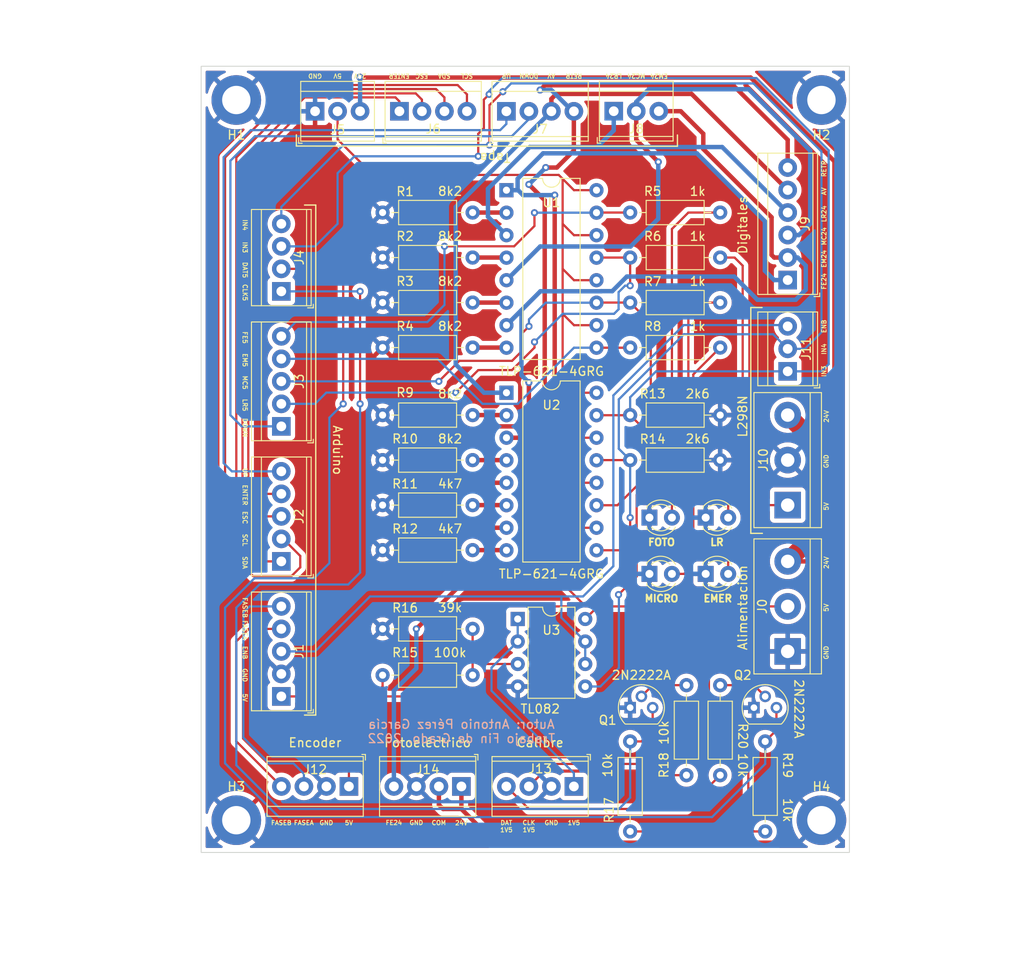
<source format=kicad_pcb>
(kicad_pcb (version 20211014) (generator pcbnew)
  (layers (0 "F.Cu" signal) (31 "B.Cu" signal) (34 "B.Paste" user) (35 "F.Paste" user) (36 "B.SilkS" user "B.Silkscreen") (37 "F.SilkS" user "F.Silkscreen") (38 "B.Mask" user) (39 "F.Mask" user) (44 "Edge.Cuts" user))
  (net 0 "")
  (net 1 "GND")
  (net 2 "UP")
  (net 3 "DOWN")
  (net 4 "Net-(R1-Pad2)")
  (net 5 "Net-(R2-Pad2)")
  (net 6 "Net-(R3-Pad2)")
  (net 7 "Net-(R4-Pad2)")
  (net 8 "Net-(R9-Pad2)")
  (net 9 "Net-(R10-Pad2)")
  (net 10 "+5V")
  (net 11 "AVANCE")
  (net 12 "RETROCESO")
  (net 13 "Net-(Q1-Pad2)")
  (net 14 "Net-(Q2-Pad2)")
  (net 15 "IN3")
  (net 16 "IN4")
  (net 17 "Net-(R11-Pad2)")
  (net 18 "CLK1V5")
  (net 19 "DATOS1V5")
  (net 20 "+1V5")
  (net 21 "ENB")
  (net 22 "+24V")
  (net 23 "FASEA")
  (net 24 "FASEB")
  (net 25 "FOTO24V")
  (net 26 "SDA")
  (net 27 "SCL")
  (net 28 "EMER24V")
  (net 29 "MICRO24V")
  (net 30 "LR24V")
  (net 31 "CLK5V")
  (net 32 "DATOS5V")
  (net 33 "FOTO5V")
  (net 34 "LR5V")
  (net 35 "MICRO5V")
  (net 36 "EMER5V")
  (net 37 "ENTER")
  (net 38 "ESC")
  (net 39 "Net-(R12-Pad2)")
  (net 40 "Net-(R15-Pad1)")
  (net 41 "Net-(R5-Pad2)")
  (net 42 "Net-(R6-Pad2)")
  (net 43 "Net-(R7-Pad2)")
  (net 44 "Net-(R8-Pad2)")
  (footprint "TerminalBlock:TerminalBlock_bornier-3_P5.08mm" (layer "F.Cu") (at 173.99 115.428361 90)
    (fp_text reference "J0")
    (fp_text value "Alimentación")
  )
  (footprint "Package_DIP:DIP-8_W7.62mm" (layer "F.Cu") (at 143.52 111.77)
    (fp_text reference "U3")
    (fp_text value "TL082")
  )
  (footprint "MountingHole:MountingHole_3.2mm_M3_DIN965_Pad" (layer "F.Cu") (at 177.8 134.478361)
    (fp_text reference "H4")
    (fp_text value "MountingHole_Pad")
  )
  (footprint "Resistor_THT:R_Axial_DIN0207_L6.3mm_D2.5mm_P10.16mm_Horizontal" (layer "F.Cu") (at 128.27 76.058361)
    (fp_text reference "R3")
    (fp_text value "8k2")
  )
  (footprint "TerminalBlock_TE-Connectivity:TerminalBlock_TE_282834-4_1x04_P2.54mm_Horizontal" (layer "F.Cu") (at 137.165 130.668361 180)
    (fp_text reference "J14")
    (fp_text value "Fotoeléctrico")
  )
  (footprint "Package_TO_SOT_THT:TO-92" (layer "F.Cu") (at 156.21 121.778361)
    (fp_text reference "Q1")
    (fp_text value "2N2222A")
  )
  (footprint "MountingHole:MountingHole_3.2mm_M3_DIN965_Pad" (layer "F.Cu") (at 177.8 53.198361)
    (fp_text reference "H2")
    (fp_text value "MountingHole_Pad")
  )
  (footprint "LED_THT:LED_D3.0mm" (layer "F.Cu") (at 164.734775 106.68)
    (fp_text reference "D4" hide)
    (fp_text value "LED")
  )
  (footprint "Resistor_THT:R_Axial_DIN0207_L6.3mm_D2.5mm_P10.16mm_Horizontal" (layer "F.Cu") (at 128.27 88.758361)
    (fp_text reference "R9")
    (fp_text value "8k2")
  )
  (footprint "Resistor_THT:R_Axial_DIN0207_L6.3mm_D2.5mm_P10.16mm_Horizontal" (layer "F.Cu") (at 128.27 98.918361)
    (fp_text reference "R11")
    (fp_text value "4k7")
  )
  (footprint "LED_THT:LED_D3.0mm" (layer "F.Cu") (at 158.384775 100.33)
    (fp_text reference "D1" hide)
    (fp_text value "LED")
  )
  (footprint "Package_TO_SOT_THT:TO-92" (layer "F.Cu") (at 170.18 121.778361)
    (fp_text reference "Q2")
    (fp_text value "2N2222A")
  )
  (footprint "TerminalBlock_TE-Connectivity:TerminalBlock_TE_282834-4_1x04_P2.54mm_Horizontal" (layer "F.Cu") (at 149.86 130.668361 180)
    (fp_text reference "J13")
    (fp_text value "Calibre")
  )
  (footprint "Resistor_THT:R_Axial_DIN0207_L6.3mm_D2.5mm_P10.16mm_Horizontal" (layer "F.Cu") (at 128.27 81.138361)
    (fp_text reference "R4")
    (fp_text value "8k2")
  )
  (footprint "Resistor_THT:R_Axial_DIN0207_L6.3mm_D2.5mm_P10.16mm_Horizontal" (layer "F.Cu") (at 138.43 118.11 180)
    (fp_text reference "R15")
    (fp_text value "100k")
  )
  (footprint "Resistor_THT:R_Axial_DIN0207_L6.3mm_D2.5mm_P10.16mm_Horizontal" (layer "F.Cu") (at 128.27 65.898361)
    (fp_text reference "R1")
    (fp_text value "8k2")
  )
  (footprint "TerminalBlock_TE-Connectivity:TerminalBlock_TE_282834-4_1x04_P2.54mm_Horizontal" (layer "F.Cu") (at 130.17 54.468361)
    (fp_text reference "J6")
    (fp_text value "Tapa")
  )
  (footprint "Resistor_THT:R_Axial_DIN0207_L6.3mm_D2.5mm_P10.16mm_Horizontal" (layer "F.Cu") (at 128.27 70.978361)
    (fp_text reference "R2")
    (fp_text value "8k2")
  )
  (footprint "Resistor_THT:R_Axial_DIN0207_L6.3mm_D2.5mm_P10.16mm_Horizontal" (layer "F.Cu") (at 156.21 88.758361)
    (fp_text reference "R13")
    (fp_text value "2k6")
  )
  (footprint "TerminalBlock_TE-Connectivity:TerminalBlock_TE_282834-3_1x03_P2.54mm_Horizontal" (layer "F.Cu") (at 173.99 83.82 90)
    (fp_text reference "J11")
    (fp_text value "L298N")
  )
  (footprint "TerminalBlock_TE-Connectivity:TerminalBlock_TE_282834-4_1x04_P2.54mm_Horizontal" (layer "F.Cu") (at 124.47 130.668361 180)
    (fp_text reference "J12")
    (fp_text value "Encoder")
  )
  (footprint "TerminalBlock_TE-Connectivity:TerminalBlock_TE_282834-5_1x05_P2.54mm_Horizontal" (layer "F.Cu") (at 116.84 90.028361 90)
    (fp_text reference "J3")
    (fp_text value "Arduino")
  )
  (footprint "Resistor_THT:R_Axial_DIN0207_L6.3mm_D2.5mm_P10.16mm_Horizontal" (layer "F.Cu") (at 156.21 135.748361 90)
    (fp_text reference "R17")
    (fp_text value "10k")
  )
  (footprint "MountingHole:MountingHole_3.2mm_M3_DIN965_Pad" (layer "F.Cu") (at 111.76 53.198361)
    (fp_text reference "H1")
    (fp_text value "MountingHole_Pad")
  )
  (footprint "Package_DIP:DIP-16_W10.16mm" (layer "F.Cu") (at 142.25 86.233361)
    (fp_text reference "U2")
    (fp_text value "TLP621-4")
  )
  (footprint "Resistor_THT:R_Axial_DIN0207_L6.3mm_D2.5mm_P10.16mm_Horizontal" (layer "F.Cu") (at 128.27 103.998361)
    (fp_text reference "R12")
    (fp_text value "4k7")
  )
  (footprint "Resistor_THT:R_Axial_DIN0207_L6.3mm_D2.5mm_P10.16mm_Horizontal" (layer "F.Cu") (at 166.37 129.398361 90)
    (fp_text reference "R20")
    (fp_text value "10k")
  )
  (footprint "Resistor_THT:R_Axial_DIN0207_L6.3mm_D2.5mm_P10.16mm_Horizontal" (layer "F.Cu") (at 128.27 93.838361)
    (fp_text reference "R10")
    (fp_text value "8k2")
  )
  (footprint "TerminalBlock_TE-Connectivity:TerminalBlock_TE_282834-6_1x06_P2.54mm_Horizontal" (layer "F.Cu") (at 173.99 73.518361 90)
    (fp_text reference "J9")
    (fp_text value "Digitales")
  )
  (footprint "Resistor_THT:R_Axial_DIN0207_L6.3mm_D2.5mm_P10.16mm_Horizontal" (layer "F.Cu") (at 156.21 70.978361)
    (fp_text reference "R6")
    (fp_text value "1k")
  )
  (footprint "TerminalBlock_TE-Connectivity:TerminalBlock_TE_282834-3_1x03_P2.54mm_Horizontal" (layer "F.Cu") (at 120.65 54.468361)
    (fp_text reference "J5")
    (fp_text value "Tapa")
  )
  (footprint "Resistor_THT:R_Axial_DIN0207_L6.3mm_D2.5mm_P10.16mm_Horizontal" (layer "F.Cu") (at 156.21 93.838361)
    (fp_text reference "R14")
    (fp_text value "2k6")
  )
  (footprint "TerminalBlock_TE-Connectivity:TerminalBlock_TE_282834-3_1x03_P2.54mm_Horizontal" (layer "F.Cu") (at 154.357992 54.459946)
    (fp_text reference "J8")
    (fp_text value "Tapa")
  )
  (footprint "TerminalBlock_TE-Connectivity:TerminalBlock_TE_282834-4_1x04_P2.54mm_Horizontal" (layer "F.Cu") (at 116.84 74.793361 90)
    (fp_text reference "J4")
    (fp_text value "Arduino")
  )
  (footprint "Resistor_THT:R_Axial_DIN0207_L6.3mm_D2.5mm_P10.16mm_Horizontal" (layer "F.Cu") (at 171.45 135.748361 90)
    (fp_text reference "R19")
    (fp_text value "10k")
  )
  (footprint "Resistor_THT:R_Axial_DIN0207_L6.3mm_D2.5mm_P10.16mm_Horizontal" (layer "F.Cu") (at 162.56 129.398361 90)
    (fp_text reference "R18")
    (fp_text value "10k")
  )
  (footprint "Package_DIP:DIP-16_W10.16mm" (layer "F.Cu") (at 142.25 63.373361)
    (fp_text reference "U1")
    (fp_text value "TLP621-4")
  )
  (footprint "TerminalBlock_TE-Connectivity:TerminalBlock_TE_282834-4_1x04_P2.54mm_Horizontal" (layer "F.Cu") (at 142.24 54.472329)
    (fp_text reference "J7")
    (fp_text value "Tapa")
  )
  (footprint "TerminalBlock:TerminalBlock_bornier-3_P5.08mm" (layer "F.Cu") (at 173.99 98.918361 90)
    (fp_text reference "J10")
    (fp_text value "L298N")
  )
  (footprint "TerminalBlock_TE-Connectivity:TerminalBlock_TE_282834-5_1x05_P2.54mm_Horizontal" (layer "F.Cu") (at 116.84 105.268361 90)
    (fp_text reference "J2")
    (fp_text value "Arduino")
  )
  (footprint "Resistor_THT:R_Axial_DIN0207_L6.3mm_D2.5mm_P10.16mm_Horizontal" (layer "F.Cu") (at 128.27 112.888361)
    (fp_text reference "R16")
    (fp_text value "39k")
  )
  (footprint "Resistor_THT:R_Axial_DIN0207_L6.3mm_D2.5mm_P10.16mm_Horizontal" (layer "F.Cu") (at 156.21 65.898361)
    (fp_text reference "R5")
    (fp_text value "1k")
  )
  (footprint "MountingHole:MountingHole_3.2mm_M3_DIN965_Pad" (layer "F.Cu") (at 111.76 134.478361)
    (fp_text reference "H3")
    (fp_text value "MountingHole_Pad")
  )
  (footprint "LED_THT:LED_D3.0mm" (layer "F.Cu") (at 158.384775 106.68)
    (fp_text reference "D3" hide)
    (fp_text value "LED")
  )
  (footprint "Resistor_THT:R_Axial_DIN0207_L6.3mm_D2.5mm_P10.16mm_Horizontal" (layer "F.Cu") (at 156.21 81.138361)
    (fp_text reference "R8")
    (fp_text value "1k")
  )
  (footprint "TerminalBlock_TE-Connectivity:TerminalBlock_TE_282834-5_1x05_P2.54mm_Horizontal" (layer "F.Cu") (at 116.84 120.508361 90)
    (fp_text reference "J1")
    (fp_text value "Arduino")
  )
  (footprint "Resistor_THT:R_Axial_DIN0207_L6.3mm_D2.5mm_P10.16mm_Horizontal" (layer "F.Cu") (at 156.21 76.058361)
    (fp_text reference "R7")
    (fp_text value "1k")
  )
  (footprint "LED_THT:LED_D3.0mm" (layer "F.Cu") (at 164.734775 100.33)
    (fp_text reference "D2" hide)
    (fp_text value "LED")
  )
  (gr_line (start 120.725329 122.612731) (end 120.728273 65.051296) (layer "F.SilkS") (width 0.15))
  (gr_line (start 161.547334 58.414496) (end 161.547334 57.144496) (layer "F.SilkS") (width 0.15))
  (gr_line (start 120.728273 65.051296) (end 119.458273 65.051296) (layer "F.SilkS") (width 0.15))
  (gr_line (start 118.537946 58.392481) (end 161.547334 58.414496) (layer "F.SilkS") (width 0.15))
  (gr_line (start 169.828499 76.618808) (end 169.82663 102.104933) (layer "F.SilkS") (width 0.15))
  (gr_line (start 120.725329 122.612731) (end 119.455329 122.612731) (layer "F.SilkS") (width 0.15))
  (gr_line (start 171.098499 76.618808) (end 169.828499 76.618808) (layer "F.SilkS") (width 0.15))
  (gr_line (start 118.537946 58.392481) (end 118.537946 57.122481) (layer "F.SilkS") (width 0.15))
  (gr_line (start 169.82663 102.104933) (end 171.13396 102.104257) (layer "F.SilkS") (width 0.15))
  (gr_rect (start 107.795 49.388361) (end 180.955 138.118361) (layer "Edge.Cuts") (width 0.1) (fill none))
  (gr_text "Autor: Antonio Pérez García\nTrabajo Fin de Grado. 2022" (at 137.16 124.46) (layer "B.SilkS") (effects (font (size 1 1)) (justify mirror)))
  (gr_text "Tapa" (at 140.97 59.69 180) (layer "F.SilkS") (effects (font (size 1 1))))
  (gr_text "ENTER" (at 112.735975 97.779754 270) (layer "F.SilkS") (effects (font (size 0.5 0.5) (thickness 0.1))))
  (gr_text "FE5" (at 112.732306 80.007174 270) (layer "F.SilkS") (effects (font (size 0.5 0.5) (thickness 0.1))))
  (gr_text "FASEA" (at 119.380997 134.770432) (layer "F.SilkS") (effects (font (size 0.5 0.5) (thickness 0.1))))
  (gr_text "GND" (at 147.32 134.774101) (layer "F.SilkS") (effects (font (size 0.5 0.5) (thickness 0.1))))
  (gr_text "GND" (at 132.074496 134.763094) (layer "F.SilkS") (effects (font (size 0.5 0.5) (thickness 0.1))))
  (gr_text "RETR" (at 178.083356 60.949072 90) (layer "F.SilkS") (effects (font (size 0.5 0.5) (thickness 0.1))))
  (gr_text "2N2222A" (at 157.48 118.11) (layer "F.SilkS") (effects (font (size 1 1))))
  (gr_text "CLK\n1V5" (at 144.78 135.169025) (layer "F.SilkS") (effects (font (size 0.5 0.5) (thickness 0.1))))
  (gr_text "LR24" (at 178.097195 66.04 90) (layer "F.SilkS") (effects (font (size 0.5 0.5) (thickness 0.1))))
  (gr_text "SCL" (at 112.732306 102.863863 270) (layer "F.SilkS") (effects (font (size 0.5 0.5) (thickness 0.1))))
  (gr_text "EM5" (at 112.735975 82.553368 270) (layer "F.SilkS") (effects (font (size 0.5 0.5) (thickness 0.1))))
  (gr_text "EM24" (at 159.462758 50.491968 180) (layer "F.SilkS") (effects (font (size 0.5 0.5) (thickness 0.1))))
  (gr_text "CLK5" (at 112.745147 74.927533 270) (layer "F.SilkS") (effects (font (size 0.5 0.5) (thickness 0.1))))
  (gr_text "1V5" (at 149.859999 134.774101) (layer "F.SilkS") (effects (font (size 0.5 0.5) (thickness 0.1))))
  (gr_text "ENB" (at 178.093526 78.739999 90) (layer "F.SilkS") (effects (font (size 0.5 0.5) (thickness 0.1))))
  (gr_text "5V" (at 178.341076 110.49 90) (layer "F.SilkS") (effects (font (size 0.5 0.5) (thickness 0.1))))
  (gr_text "GND" (at 120.65 50.475565 180) (layer "F.SilkS") (effects (font (size 0.5 0.5) (thickness 0.1))))
  (gr_text "5V" (at 124.470927 134.776853) (layer "F.SilkS") (effects (font (size 0.5 0.5) (thickness 0.1))))
  (gr_text "DOWN" (at 144.78 50.475565 180) (layer "F.SilkS") (effects (font (size 0.5 0.5) (thickness 0.1))))
  (gr_text "DAT\n1V5" (at 142.242831 135.174529) (layer "F.SilkS") (effects (font (size 0.5 0.5) (thickness 0.1))))
  (gr_text "24V" (at 137.16 134.794779) (layer "F.SilkS") (effects (font (size 0.5 0.5) (thickness 0.1))))
  (gr_text "GND" (at 178.33863 93.98 90) (layer "F.SilkS") (effects (font (size 0.5 0.5) (thickness 0.1))))
  (gr_text "ENTER" (at 130.14352 50.479906 180) (layer "F.SilkS") (effects (font (size 0.5 0.5) (thickness 0.1))))
  (gr_text "5V" (at 112.735975 120.649501 270) (layer "F.SilkS") (effects (font (size 0.5 0.5) (thickness 0.1))))
  (gr_text "AV" (at 178.083356 63.5 90) (layer "F.SilkS") (effects (font (size 0.5 0.5) (thickness 0.1))))
  (gr_text "MC24" (at 178.097195 68.574416 90) (layer "F.SilkS") (effects (font (size 0.5 0.5) (thickness 0.1))))
  (gr_text "FE24" (at 129.542831 134.763094) (layer "F.SilkS") (effects (font (size 0.5 0.5) (thickness 0.1))))
  (gr_text "24V" (at 125.73 50.475565 180) (layer "F.SilkS") (effects (font (size 0.5 0.5) (thickness 0.1))))
  (gr_text "TL082" (at 146.06 121.92) (layer "F.SilkS") (effects (font (size 1 1))))
  (gr_text "EMER" (at 166.101262 109.460004) (layer "F.SilkS") (effects (font (size 0.8 0.8) (thickness 0.2))))
  (gr_text "FASEB" (at 112.732306 110.487092 270) (layer "F.SilkS") (effects (font (size 0.5 0.5) (thickness 0.1))))
  (gr_text "DAT5" (at 112.739644 72.386402 270) (layer "F.SilkS") (effects (font (size 0.5 0.5) (thickness 0.1))))
  (gr_text "GND" (at 112.724967 118.107416 270) (layer "F.SilkS") (effects (font (size 0.5 0.5) (thickness 0.1))))
  (gr_text "TLP-621-4GRG" (at 147.32 106.68) (layer "F.SilkS") (effects (font (size 1 1))))
  (gr_text "SDA" (at 112.728636 105.410321 270) (layer "F.SilkS") (effects (font (size 0.5 0.5) (thickness 0.1))))
  (gr_text "LR24" (at 154.353864 50.478038 180) (layer "F.SilkS") (effects (font (size 0.5 0.5) (thickness 0.1))))
  (gr_text "FE24" (at 178.086188 73.66 90) (layer "F.SilkS") (effects (font (size 0.5 0.5) (thickness 0.1))))
  (gr_text "MICRO" (at 159.751262 109.460004) (layer "F.SilkS") (effects (font (size 0.8 0.8) (thickness 0.2))))
  (gr_text "RETR" (at 149.86 50.475565 180) (layer "F.SilkS") (effects (font (size 0.5 0.5) (thickness 0.1))))
  (gr_text "FOTO" (at 159.751262 103.110004) (layer "F.SilkS") (effects (font (size 0.8 0.8) (thickness 0.2))))
  (gr_text "MC5" (at 112.735975 85.087675 270) (layer "F.SilkS") (effects (font (size 0.5 0.5) (thickness 0.1))))
  (gr_text "COM" (at 134.617328 134.772765) (layer "F.SilkS") (effects (font (size 0.5 0.5) (thickness 0.1))))
  (gr_text "LR5" (at 112.732306 87.626531 270) (layer "F.SilkS") (effects (font (size 0.5 0.5) (thickness 0.1))))
  (gr_text "5V" (at 123.19 50.475565 180) (layer "F.SilkS") (effects (font (size 0.5 0.5) (thickness 0.1))))
  (gr_text "39k" (at 135.89 110.49) (layer "F.SilkS") (effects (font (size 1 1))))
  (gr_text "Arduino" (at 123.19 92.71 270) (layer "F.SilkS") (effects (font (size 1 1))))
  (gr_text "UP" (at 142.24 50.475565 180) (layer "F.SilkS") (effects (font (size 0.5 0.5) (thickness 0.1))))
  (gr_text "L298N" (at 168.91 88.9 90) (layer "F.SilkS") (effects (font (size 1 1))))
  (gr_text "DOWN" (at 112.735975 90.168176 270) (layer "F.SilkS") (effects (font (size 0.5 0.5) (thickness 0.1))))
  (gr_text "AV" (at 147.32 50.475565 180) (layer "F.SilkS") (effects (font (size 0.5 0.5) (thickness 0.1))))
  (gr_text "2N2222A" (at 175.26 121.92 270) (layer "F.SilkS") (effects (font (size 1 1))))
  (gr_text "IN4" (at 112.739644 67.307442 270) (layer "F.SilkS") (effects (font (size 0.5 0.5) (thickness 0.1))))
  (gr_text "LR" (at 166.004775 103.110004) (layer "F.SilkS") (effects (font (size 0.8 0.8) (thickness 0.2))))
  (gr_text "UP" (at 112.739644 95.249117 270) (layer "F.SilkS") (effects (font (size 0.5 0.5) (thickness 0.1))))
  (gr_text "EM24" (at 178.093526 71.119999 90) (layer "F.SilkS") (effects (font (size 0.5 0.5) (thickness 0.1))))
  (gr_text "SCL" (at 137.76352 50.479906 180) (layer "F.SilkS") (effects (font (size 0.5 0.5) (thickness 0.1))))
  (gr_text "SDA" (at 135.22352 50.479906 180) (layer "F.SilkS") (effects (font (size 0.5 0.5) (thickness 0.1))))
  (gr_text "GND" (at 178.33863 115.568984 90) (layer "F.SilkS") (effects (font (size 0.5 0.5) (thickness 0.1))))
  (gr_text "IN3" (at 112.73414 69.830081 270) (layer "F.SilkS") (effects (font (size 0.5 0.5) (thickness 0.1))))
  (gr_text "FASEB" (at 116.84126 134.774101) (layer "F.SilkS") (effects (font (size 0.5 0.5) (thickness 0.1))))
  (gr_text "ESC" (at 112.732306 100.328737 270) (layer "F.SilkS") (effects (font (size 0.5 0.5) (thickness 0.1))))
  (gr_text "ENB" (at 112.732306 115.56856 270) (layer "F.SilkS") (effects (font (size 0.5 0.5) (thickness 0.1))))
  (gr_text "24V" (at 178.362592 105.41 90) (layer "F.SilkS") (effects (font (size 0.5 0.5) (thickness 0.1))))
  (gr_text "GND" (at 121.92 134.774101) (layer "F.SilkS") (effects (font (size 0.5 0.5) (thickness 0.1))))
  (gr_text "24V" (at 178.365038 88.9 90) (layer "F.SilkS") (effects (font (size 0.5 0.5) (thickness 0.1))))
  (gr_text "IN4" (at 178.090264 81.30446 90) (layer "F.SilkS") (effects (font (size 0.5 0.5) (thickness 0.1))))
  (gr_text "MC24" (at 156.897992 50.473394 180) (layer "F.SilkS") (effects (font (size 0.5 0.5) (thickness 0.1))))
  (gr_text "ESC" (at 132.68352 50.479906 180) (layer "F.SilkS") (effects (font (size 0.5 0.5) (thickness 0.1))))
  (gr_text "FASEA" (at 112.732306 113.029177 270) (layer "F.SilkS") (effects (font (size 0.5 0.5) (thickness 0.1))))
  (gr_text "5V" (at 178.343023 99.06 90) (layer "F.SilkS") (effects (font (size 0.5 0.5) (thickness 0.1))))
  (gr_text "TLP-621-4GRG" (at 147.33 83.82) (layer "F.SilkS") (effects (font (size 1 1))))
  (gr_text "IN3" (at 178.091691 83.814496 90) (layer "F.SilkS") (effects (font (size 0.5 0.5) (thickness 0.1))))
  (segment (start 121.93 130.668361) (end 122.024511 130.57385) (width 0.25) (layer "B.Cu") (net 1))
  (segment (start 110.327624 94.17244) (end 111.263545 95.108361) (width 0.25) (layer "B.Cu") (net 2))
  (segment (start 142.24 54.468361) (end 142.24 55.896472) (width 0.25) (layer "B.Cu") (net 2))
  (segment (start 141.538935 56.597537) (end 113.390554 56.597537) (width 0.25) (layer "B.Cu") (net 2))
  (segment (start 111.263545 95.108361) (end 116.84 95.108361) (width 0.25) (layer "B.Cu") (net 2))
  (segment (start 142.24 55.896472) (end 141.538935 56.597537) (width 0.25) (layer "B.Cu") (net 2))
  (segment (start 113.390554 56.597537) (end 110.327624 59.660467) (width 0.25) (layer "B.Cu") (net 2))
  (segment (start 110.327624 59.660467) (end 110.327624 94.17244) (width 0.25) (layer "B.Cu") (net 2))
  (segment (start 144.78 55.359406) (end 142.852464 57.286942) (width 0.25) (layer "B.Cu") (net 3))
  (segment (start 111.093015 60.052869) (end 111.093015 88.765144) (width 0.25) (layer "B.Cu") (net 3))
  (segment (start 111.093015 88.765144) (end 112.356232 90.028361) (width 0.25) (layer "B.Cu") (net 3))
  (segment (start 112.356232 90.028361) (end 116.84 90.028361) (width 0.25) (layer "B.Cu") (net 3))
  (segment (start 113.858942 57.286942) (end 111.093015 60.052869) (width 0.25) (layer "B.Cu") (net 3))
  (segment (start 142.852464 57.286942) (end 113.858942 57.286942) (width 0.25) (layer "B.Cu") (net 3))
  (segment (start 144.78 54.472329) (end 144.78 55.359406) (width 0.25) (layer "B.Cu") (net 3))
  (segment (start 142.235 65.898361) (end 142.25 65.913361) (width 0.25) (layer "F.Cu") (net 4))
  (segment (start 138.43 65.898361) (end 142.235 65.898361) (width 0.5) (layer "F.Cu") (net 4))
  (segment (start 138.43 70.978361) (end 142.235 70.978361) (width 0.5) (layer "F.Cu") (net 5))
  (segment (start 142.235 70.978361) (end 142.25 70.993361) (width 0.25) (layer "F.Cu") (net 5))
  (segment (start 142.235 76.058361) (end 142.25 76.073361) (width 0.25) (layer "F.Cu") (net 6))
  (segment (start 138.43 76.058361) (end 142.235 76.058361) (width 0.5) (layer "F.Cu") (net 6))
  (segment (start 138.43 81.138361) (end 142.235 81.138361) (width 0.5) (layer "F.Cu") (net 7))
  (segment (start 142.235 81.138361) (end 142.25 81.153361) (width 0.25) (layer "F.Cu") (net 7))
  (segment (start 142.235 88.758361) (end 142.25 88.773361) (width 0.25) (layer "F.Cu") (net 8))
  (segment (start 138.43 88.758361) (end 142.235 88.758361) (width 0.5) (layer "F.Cu") (net 8))
  (segment (start 138.43 93.838361) (end 142.235 93.838361) (width 0.5) (layer "F.Cu") (net 9))
  (segment (start 142.235 93.838361) (end 142.25 93.853361) (width 0.25) (layer "F.Cu") (net 9))
  (segment (start 149.87 91.313361) (end 152.41 91.313361) (width 0.25) (layer "F.Cu") (net 10))
  (segment (start 148.149769 61.65313) (end 127.199769 61.65313) (width 0.25) (layer "F.Cu") (net 10))
  (segment (start 148.59 67.173361) (end 148.59 72.253361) (width 0.25) (layer "F.Cu") (net 10))
  (segment (start 148.59 62.093361) (end 149.87 63.373361) (width 0.25) (layer "F.Cu") (net 10))
  (segment (start 168.91 101.458361) (end 168.91 107.808361) (width 0.25) (layer "F.Cu") (net 10))
  (segment (start 148.59 84.953361) (end 148.59 90.033361) (width 0.25) (layer "F.Cu") (net 10))
  (segment (start 135.253924 116.219578) (end 135.253924 112.578615) (width 0.25) (layer "F.Cu") (net 10))
  (segment (start 149.87 86.233361) (end 152.41 86.233361) (width 0.25) (layer "F.Cu") (net 10))
  (segment (start 161.29 110.348361) (end 173.99 110.348361) (width 0.25) (layer "F.Cu") (net 10))
  (segment (start 169.545 128.128361) (end 169.545 135.113361) (width 0.25) (layer "F.Cu") (net 10))
  (segment (start 152.4 110.355382) (end 151.184844 110.355382) (width 0.25) (layer "F.Cu") (net 10))
  (segment (start 127.141639 120.508361) (end 130.965141 120.508361) (width 0.25) (layer "F.Cu") (net 10))
  (segment (start 149.87 63.373361) (end 152.41 63.373361) (width 0.25) (layer "F.Cu") (net 10))
  (segment (start 148.59 95.113361) (end 148.59 100.193361) (width 0.25) (layer "F.Cu") (net 10))
  (segment (start 148.59 90.033361) (end 148.59 95.113361) (width 0.25) (layer "F.Cu") (net 10))
  (segment (start 148.59 72.253361) (end 148.59 77.328361) (width 0.25) (layer "F.Cu") (net 10))
  (segment (start 149.87 96.393361) (end 152.41 96.393361) (width 0.25) (layer "F.Cu") (net 10))
  (segment (start 148.59 72.253361) (end 149.87 73.533361) (width 0.25) (layer "F.Cu") (net 10))
  (segment (start 165.1 123.683361) (end 169.545 128.128361) (width 0.25) (layer "F.Cu") (net 10))
  (segment (start 130.965141 120.508361) (end 135.253924 116.219578) (width 0.25) (layer "F.Cu") (net 10))
  (segment (start 128.27 119.38) (end 127.141639 120.508361) (width 0.25) (layer "F.Cu") (net 10))
  (segment (start 148.59 107.760538) (end 148.59 100.193361) (width 0.25) (layer "F.Cu") (net 10))
  (segment (start 169.545 135.113361) (end 168.91 135.748361) (width 0.25) (layer "F.Cu") (net 10))
  (segment (start 165.1 114.158361) (end 165.1 123.683361) (width 0.25) (layer "F.Cu") (net 10))
  (segment (start 173.99 98.918361) (end 171.45 98.918361) (width 0.25) (layer "F.Cu") (net 10))
  (segment (start 116.84 120.508361) (end 127 120.508361) (width 0.25) (layer "F.Cu") (net 10))
  (segment (start 152.541639 110.348361) (end 161.29 110.348361) (width 0.25) (layer "F.Cu") (net 10))
  (segment (start 128.27 118.11) (end 128.27 119.38) (width 0.25) (layer "F.Cu") (net 10))
  (segment (start 135.253924 112.578615) (end 137.484178 110.348361) (width 0.25) (layer "F.Cu") (net 10))
  (segment (start 124.47 130.668361) (end 124.47 123.038361) (width 0.25) (layer "F.Cu") (net 10))
  (segment (start 148.59 95.113361) (end 149.87 96.393361) (width 0.25) (layer "F.Cu") (net 10))
  (segment (start 149.87 101.473361) (end 152.41 101.473361) (width 0.25) (layer "F.Cu") (net 10))
  (segment (start 148.59 90.033361) (end 149.87 91.313361) (width 0.25) (layer "F.Cu") (net 10))
  (segment (start 168.91 107.808361) (end 171.45 110.348361) (width 0.25) (layer "F.Cu") (net 10))
  (segment (start 148.59 67.173361) (end 149.87 68.453361) (width 0.25) (layer "F.Cu") (net 10))
  (segment (start 161.29 110.348361) (end 165.1 114.158361) (width 0.25) (layer "F.Cu") (net 10))
  (segment (start 148.59 84.953361) (end 149.87 86.233361) (width 0.25) (layer "F.Cu") (net 10))
  (segment (start 169.545 135.113361) (end 170.18 135.748361) (width 0.25) (layer "F.Cu") (net 10))
  (segment (start 148.59 62.093361) (end 148.149769 61.65313) (width 0.25) (layer "F.Cu") (net 10))
  (segment (start 152.541639 110.368361) (end 152.541639 110.348361) (width 0.25) (layer "F.Cu") (net 10))
  (segment (start 151.14 111.77) (end 152.541639 110.368361) (width 0.25) (layer "F.Cu") (net 10))
  (segment (start 170.18 135.748361) (end 171.45 135.748361) (width 0.25) (layer "F.Cu") (net 10))
  (segment (start 168.91 135.748361) (end 156.21 135.748361) (width 0.25) (layer "F.Cu") (net 10))
  (segment (start 127.199769 61.65313) (end 123.19 57.643361) (width 0.25) (layer "F.Cu") (net 10))
  (segment (start 149.87 68.453361) (end 152.41 68.453361) (width 0.25) (layer "F.Cu") (net 10))
  (segment (start 151.184844 110.355382) (end 148.59 107.760538) (width 0.25) (layer "F.Cu") (net 10))
  (segment (start 148.59 100.193361) (end 149.87 101.473361) (width 0.25) (layer "F.Cu") (net 10))
  (segment (start 127 120.508361) (end 127.141639 120.508361) (width 0.25) (layer "F.Cu") (net 10))
  (segment (start 148.59 67.173361) (end 148.59 62.093361) (width 0.25) (layer "F.Cu") (net 10))
  (segment (start 148.59 77.328361) (end 148.59 84.953361) (width 0.25) (layer "F.Cu") (net 10))
  (segment (start 123.19 57.643361) (end 123.19 54.468361) (width 0.25) (layer "F.Cu") (net 10))
  (segment (start 124.47 123.038361) (end 127 120.508361) (width 0.25) (layer "F.Cu") (net 10))
  (segment (start 171.45 98.918361) (end 168.91 101.458361) (width 0.25) (layer "F.Cu") (net 10))
  (segment (start 148.59 77.328361) (end 149.875 78.613361) (width 0.25) (layer "F.Cu") (net 10))
  (segment (start 149.875 78.613361) (end 152.41 78.613361) (width 0.25) (layer "F.Cu") (net 10))
  (segment (start 149.87 73.533361) (end 152.41 73.533361) (width 0.25) (layer "F.Cu") (net 10))
  (segment (start 137.484178 110.348361) (end 152.541639 110.348361) (width 0.25) (layer "F.Cu") (net 10))
  (segment (start 173.99 63.358361) (end 163.140328 52.508689) (width 0.5) (layer "F.Cu") (net 11))
  (segment (start 147.879106 52.508689) (end 147.32 53.067795) (width 0.5) (layer "F.Cu") (net 11))
  (segment (start 147.32 53.067795) (end 147.32 54.472329) (width 0.5) (layer "F.Cu") (net 11))
  (segment (start 163.140328 52.508689) (end 147.879106 52.508689) (width 0.5) (layer "F.Cu") (net 11))
  (segment (start 136.525 65.263361) (end 147.316032 54.472329) (width 0.5) (layer "B.Cu") (net 11))
  (segment (start 136.525 83.043361) (end 136.525 65.263361) (width 0.5) (layer "B.Cu") (net 11))
  (segment (start 139.715 86.233361) (end 136.525 83.043361) (width 0.5) (layer "B.Cu") (net 11))
  (segment (start 147.316032 54.472329) (end 147.32 54.472329) (width 0.5) (layer "B.Cu") (net 11))
  (segment (start 142.25 86.233361) (end 139.715 86.233361) (width 0.5) (layer "B.Cu") (net 11))
  (segment (start 146.685 60.818361) (end 147.939261 60.818361) (width 0.5) (layer "F.Cu") (net 12))
  (segment (start 146.567724 89.983743) (end 145.238106 91.313361) (width 0.5) (layer "F.Cu") (net 12))
  (segment (start 149.855 54.477329) (end 149.86 54.472329) (width 0.5) (layer "F.Cu") (net 12))
  (segment (start 146.586484 51.533516) (end 167.834549 51.533516) (width 0.5) (layer "F.Cu") (net 12))
  (segment (start 167.834549 51.533516) (end 173.99 57.688967) (width 0.5) (layer "F.Cu") (net 12))
  (segment (start 144.78 62.723361) (end 146.567724 64.511085) (width 0.5) (layer "F.Cu") (net 12))
  (segment (start 146.05 52.07) (end 146.586484 51.533516) (width 0.5) (layer "F.Cu") (net 12))
  (segment (start 145.238106 91.313361) (end 142.25 91.313361) (width 0.5) (layer "F.Cu") (net 12))
  (segment (start 147.939261 60.818361) (end 149.855 58.902622) (width 0.5) (layer "F.Cu") (net 12))
  (segment (start 149.855 58.902622) (end 149.855 54.477329) (width 0.5) (layer "F.Cu") (net 12))
  (segment (start 146.567724 64.511085) (end 146.567724 89.983743) (width 0.5) (layer "F.Cu") (net 12))
  (segment (start 173.99 57.688967) (end 173.99 60.818361) (width 0.5) (layer "F.Cu") (net 12))
  (via (at 146.685 60.818361) (size 0.8) (drill 0.4) (layers "F.Cu" "B.Cu") (net 12))
  (via (at 146.05 52.07) (size 0.8) (drill 0.4) (layers "F.Cu" "B.Cu") (net 12))
  (via (at 144.78 62.723361) (size 0.8) (drill 0.4) (layers "F.Cu" "B.Cu") (net 12))
  (segment (start 147.315 52.07) (end 149.717329 54.472329) (width 0.5) (layer "B.Cu") (net 12))
  (segment (start 146.05 52.07) (end 147.315 52.07) (width 0.5) (layer "B.Cu") (net 12))
  (segment (start 144.78 62.723361) (end 146.685 60.818361) (width 0.5) (layer "B.Cu") (net 12))
  (segment (start 149.717329 54.472329) (end 149.86 54.472329) (width 0.5) (layer "B.Cu") (net 12))
  (segment (start 157.48 120.508361) (end 158.75 119.238361) (width 0.25) (layer "F.Cu") (net 13))
  (segment (start 158.75 119.238361) (end 162.56 119.238361) (width 0.25) (layer "F.Cu") (net 13))
  (segment (start 166.37 119.238361) (end 170.18 119.238361) (width 0.25) (layer "F.Cu") (net 14))
  (segment (start 170.18 119.238361) (end 171.45 120.508361) (width 0.25) (layer "F.Cu") (net 14))
  (segment (start 157.607369 96.103833) (end 157.607369 90.15573) (width 0.25) (layer "F.Cu") (net 15))
  (segment (start 139.7 56.373361) (end 139.065 57.008361) (width 0.25) (layer "F.Cu") (net 15))
  (segment (start 154.777841 98.933361) (end 157.607369 96.103833) (width 0.25) (layer "F.Cu") (net 15))
  (segment (start 156.21 88.758361) (end 156.195 88.773361) (width 0.25) (layer "F.Cu") (net 15))
  (segment (start 140.295846 52.558406) (end 139.7 53.154252) (width 0.25) (layer "F.Cu") (net 15))
  (segment (start 156.195 88.773361) (end 152.41 88.773361) (width 0.25) (layer "F.Cu") (net 15))
  (segment (start 152.41 98.933361) (end 154.777841 98.933361) (width 0.25) (layer "F.Cu") (net 15))
  (segment (start 139.7 53.154252) (end 139.7 56.373361) (width 0.25) (layer "F.Cu") (net 15))
  (segment (start 139.065 57.008361) (end 139.065 59.542134) (width 0.25) (layer "F.Cu") (net 15))
  (segment (start 157.607369 90.15573) (end 156.21 88.758361) (width 0.25) (layer "F.Cu") (net 15))
  (via (at 140.295846 52.558406) (size 0.8) (drill 0.4) (layers "F.Cu" "B.Cu") (net 15))
  (via (at 139.065 59.542134) (size 0.8) (drill 0.4) (layers "F.Cu" "B.Cu") (net 15))
  (segment (start 141.764942 50.716413) (end 170.455524 50.716413) (width 0.25) (layer "B.Cu") (net 15))
  (segment (start 178.612551 58.87344) (end 178.612551 83.007449) (width 0.25) (layer "B.Cu") (net 15))
  (segment (start 140.295846 52.558406) (end 140.295846 52.185509) (width 0.25) (layer "B.Cu") (net 15))
  (segment (start 156.21 86.746574) (end 159.136574 83.82) (width 0.25) (layer "B.Cu") (net 15))
  (segment (start 123.19 61.453361) (end 123.19 67.168361) (width 0.25) (layer "B.Cu") (net 15))
  (segment (start 170.455524 50.716413) (end 178.612551 58.87344) (width 0.25) (layer "B.Cu") (net 15))
  (segment (start 120.65 69.713361) (end 116.84 69.713361) (width 0.25) (layer "B.Cu") (net 15))
  (segment (start 139.058773 59.548361) (end 125.095 59.548361) (width 0.25) (layer "B.Cu") (net 15))
  (segment (start 123.19 67.168361) (end 122.024511 68.33385) (width 0.25) (layer "B.Cu") (net 15))
  (segment (start 122.024511 68.33385) (end 122.024511 68.33885) (width 0.25) (layer "B.Cu") (net 15))
  (segment (start 139.065 59.542134) (end 139.058773 59.548361) (width 0.25) (layer "B.Cu") (net 15))
  (segment (start 159.136574 83.82) (end 173.99 83.82) (width 0.25) (layer "B.Cu") (net 15))
  (segment (start 177.8 83.82) (end 173.99 83.82) (width 0.25) (layer "B.Cu") (net 15))
  (segment (start 122.024511 68.33885) (end 120.65 69.713361) (width 0.25) (layer "B.Cu") (net 15))
  (segment (start 156.21 88.758361) (end 156.21 86.746574) (width 0.25) (layer "B.Cu") (net 15))
  (segment (start 140.295846 52.185509) (end 141.764942 50.716413) (width 0.25) (layer "B.Cu") (net 15))
  (segment (start 125.095 59.548361) (end 123.19 61.453361) (width 0.25) (layer "B.Cu") (net 15))
  (segment (start 178.612551 83.007449) (end 177.8 83.82) (width 0.25) (layer "B.Cu") (net 15))
  (segment (start 156.21 93.838361) (end 152.425 93.838361) (width 0.25) (layer "F.Cu") (net 16))
  (segment (start 152.425 93.838361) (end 152.41 93.853361) (width 0.25) (layer "F.Cu") (net 16))
  (segment (start 141.843739 52.26121) (end 140.335 53.769949) (width 0.25) (layer "F.Cu") (net 16))
  (segment (start 155.438631 104.013361) (end 152.41 104.013361) (width 0.25) (layer "F.Cu") (net 16))
  (segment (start 156.21 103.241992) (end 155.438631 104.013361) (width 0.25) (layer "F.Cu") (net 16))
  (segment (start 140.335 53.769949) (end 140.335 58.278361) (width 0.25) (layer "F.Cu") (net 16))
  (segment (start 156.21 100.33) (end 156.21 103.241992) (width 0.25) (layer "F.Cu") (net 16))
  (via (at 140.335 58.278361) (size 0.8) (drill 0.4) (layers "F.Cu" "B.Cu") (net 16))
  (via (at 141.843739 52.26121) (size 0.8) (drill 0.4) (layers "F.Cu" "B.Cu") (net 16))
  (via (at 156.21 100.33) (size 0.8) (drill 0.4) (layers "F.Cu" "B.Cu") (net 16))
  (segment (start 154.928781 86.983613) (end 162.281005 79.631389) (width 0.25) (layer "B.Cu") (net 16))
  (segment (start 177.8 59.000183) (end 177.8 79.420987) (width 0.25) (layer "B.Cu") (net 16))
  (segment (start 156.21 100.33) (end 156.21 93.838361) (width 0.25) (layer "B.Cu") (net 16))
  (segment (start 116.84 65.263361) (end 116.84 67.173361) (width 0.25) (layer "B.Cu") (net 16))
  (segment (start 172.341389 79.631389) (end 173.99 81.28) (width 0.25) (layer "B.Cu") (net 16))
  (segment (start 177.8 79.420987) (end 175.940987 81.28) (width 0.25) (layer "B.Cu") (net 16))
  (segment (start 140.335 58.278361) (end 123.825 58.278361) (width 0.25) (layer "B.Cu") (net 16))
  (segment (start 156.21 93.838361) (end 154.928781 92.557142) (width 0.25) (layer "B.Cu") (net 16))
  (segment (start 154.928781 92.557142) (end 154.928781 86.983613) (width 0.25) (layer "B.Cu") (net 16))
  (segment (start 162.281005 79.631389) (end 172.341389 79.631389) (width 0.25) (layer "B.Cu") (net 16))
  (segment (start 141.843739 52.26121) (end 142.780122 51.324827) (width 0.25) (layer "B.Cu") (net 16))
  (segment (start 170.124644 51.324827) (end 177.8 59.000183) (width 0.25) (layer "B.Cu") (net 16))
  (segment (start 142.780122 51.324827) (end 170.124644 51.324827) (width 0.25) (layer "B.Cu") (net 16))
  (segment (start 123.825 58.278361) (end 116.84 65.263361) (width 0.25) (layer "B.Cu") (net 16))
  (segment (start 175.940987 81.28) (end 173.99 81.28) (width 0.25) (layer "B.Cu") (net 16))
  (segment (start 138.43 98.918361) (end 142.235 98.918361) (width 0.5) (layer "F.Cu") (net 17))
  (segment (start 142.235 98.918361) (end 142.25 98.933361) (width 0.25) (layer "F.Cu") (net 17))
  (segment (start 158.75 128.128361) (end 160.02 129.398361) (width 0.25) (layer "F.Cu") (net 18))
  (segment (start 147.32 128.128361) (end 158.75 128.128361) (width 0.25) (layer "F.Cu") (net 18))
  (segment (start 160.02 129.398361) (end 162.56 129.398361) (width 0.25) (layer "F.Cu") (net 18))
  (segment (start 144.78 130.668361) (end 147.32 128.128361) (width 0.25) (layer "F.Cu") (net 18))
  (segment (start 162.56 133.208361) (end 144.78 133.208361) (width 0.25) (layer "F.Cu") (net 19))
  (segment (start 166.37 129.398361) (end 162.56 133.208361) (width 0.25) (layer "F.Cu") (net 19))
  (segment (start 144.78 133.208361) (end 142.24 130.668361) (width 0.25) (layer "F.Cu") (net 19))
  (segment (start 140.561059 117.268941) (end 143.52 114.31) (width 0.25) (layer "B.Cu") (net 20))
  (segment (start 143.52 114.31) (end 143.52 111.77) (width 0.25) (layer "B.Cu") (net 20))
  (segment (start 149.86 129.163988) (end 140.561059 119.865047) (width 0.25) (layer "B.Cu") (net 20))
  (segment (start 140.561059 119.865047) (end 140.561059 117.268941) (width 0.25) (layer "B.Cu") (net 20))
  (segment (start 149.86 130.668361) (end 149.86 129.163988) (width 0.25) (layer "B.Cu") (net 20))
  (segment (start 151.14 116.85) (end 151.14 114.31) (width 0.25) (layer "B.Cu") (net 21))
  (segment (start 120.65 115.428361) (end 116.84 115.428361) (width 0.25) (layer "B.Cu") (net 21))
  (segment (start 126.852022 109.226339) (end 148.442022 109.226339) (width 0.25) (layer "B.Cu") (net 21))
  (segment (start 120.65 115.428361) (end 126.852022 109.226339) (width 0.25) (layer "B.Cu") (net 21))
  (segment (start 151.14 114.31) (end 148.442022 111.612022) (width 0.25) (layer "B.Cu") (net 21))
  (segment (start 150.897227 109.226339) (end 148.442022 109.226339) (width 0.25) (layer "B.Cu") (net 21))
  (segment (start 162.253923 78.598361) (end 154.313638 86.538646) (width 0.25) (layer "B.Cu") (net 21))
  (segment (start 173.99 78.598361) (end 162.253923 78.598361) (width 0.25) (layer "B.Cu") (net 21))
  (segment (start 154.313638 105.809928) (end 150.897227 109.226339) (width 0.25) (layer "B.Cu") (net 21))
  (segment (start 148.442022 111.612022) (end 148.442022 109.226339) (width 0.25) (layer "B.Cu") (net 21))
  (segment (start 154.313638 86.538646) (end 154.313638 105.809928) (width 0.25) (layer "B.Cu") (net 21))
  (segment (start 173.59082 129.93918) (end 173.59082 135.773609) (width 0.5) (layer "F.Cu") (net 22))
  (segment (start 177.8 104.14) (end 177.8 125.73) (width 0.5) (layer "F.Cu") (net 22))
  (segment (start 134.625 132.738005) (end 134.625 130.668361) (width 0.5) (layer "F.Cu") (net 22))
  (segment (start 176.388361 105.268361) (end 173.99 105.268361) (width 0.5) (layer "F.Cu") (net 22))
  (segment (start 140.97 137.018361) (end 137.165 133.213361) (width 0.5) (layer "F.Cu") (net 22))
  (segment (start 137.165 133.213361) (end 137.165 130.668361) (width 0.5) (layer "F.Cu") (net 22))
  (segment (start 173.59082 135.773609) (end 172.346068 137.018361) (width 0.5) (layer "F.Cu") (net 22))
  (segment (start 173.99 105.268361) (end 177.658361 101.6) (width 2) (layer "F.Cu") (net 22))
  (segment (start 172.346068 137.018361) (end 140.97 137.018361) (width 0.5) (layer "F.Cu") (net 22))
  (segment (start 125.69281 50.612876) (end 125.740623 50.660689) (width 0.5) (layer "F.Cu") (net 22))
  (segment (start 135.100356 133.213361) (end 134.625 132.738005) (width 0.5) (layer "F.Cu") (net 22))
  (segment (start 177.8 106.68) (end 176.388361 105.268361) (width 0.5) (layer "F.Cu") (net 22))
  (segment (start 177.8 125.73) (end 173.59082 129.93918) (width 0.5) (layer "F.Cu") (net 22))
  (segment (start 169.809379 50.660689) (end 179.264557 60.115867) (width 0.5) (layer "F.Cu") (net 22))
  (segment (start 177.658361 101.6) (end 177.658361 92.426722) (width 2) (layer "F.Cu") (net 22))
  (segment (start 137.165 133.213361) (end 135.100356 133.213361) (width 0.5) (layer "F.Cu") (net 22))
  (segment (start 125.740623 50.660689) (end 169.809379 50.660689) (width 0.5) (layer "F.Cu") (net 22))
  (segment (start 179.264557 60.115867) (end 179.264557 102.675443) (width 0.5) (layer "F.Cu") (net 22))
  (segment (start 177.658361 92.426722) (end 173.99 88.758361) (width 2) (layer "F.Cu") (net 22))
  (segment (start 179.264557 102.675443) (end 177.8 104.14) (width 0.5) (layer "F.Cu") (net 22))
  (via (at 125.69281 50.612876) (size 0.8) (drill 0.4) (layers "F.Cu" "B.Cu") (net 22))
  (segment (start 125.69281 50.612876) (end 125.73 50.650066) (width 0.5) (layer "B.Cu") (net 22))
  (segment (start 125.73 50.650066) (end 125.73 54.468361) (width 0.5) (layer "B.Cu") (net 22))
  (segment (start 116.84 110.348361) (end 113.26457 110.348361) (width 0.25) (layer "B.Cu") (net 23))
  (segment (start 119.39 130.668361) (end 119.39 129.245493) (width 0.25) (layer "B.Cu") (net 23))
  (segment (start 112.555455 111.057476) (end 113.26457 110.348361) (width 0.25) (layer "B.Cu") (net 23))
  (segment (start 115.48152 128.071636) (end 112.555455 125.145571) (width 0.25) (layer "B.Cu") (net 23))
  (segment (start 119.39 129.245493) (end 118.216143 128.071636) (width 0.25) (layer "B.Cu") (net 23))
  (segment (start 118.216143 128.071636) (end 115.48152 128.071636) (width 0.25) (layer "B.Cu") (net 23))
  (segment (start 112.555455 125.145571) (end 112.555455 111.057476) (width 0.25) (layer "B.Cu") (net 23))
  (segment (start 116.85 130.668361) (end 111.76 125.578361) (width 0.25) (layer "F.Cu") (net 24))
  (segment (start 111.76 125.578361) (end 111.76 114.3) (width 0.25) (layer "F.Cu") (net 24))
  (segment (start 113.171639 112.888361) (end 116.84 112.888361) (width 0.25) (layer "F.Cu") (net 24))
  (segment (start 111.76 114.3) (end 113.171639 112.888361) (width 0.25) (layer "F.Cu") (net 24))
  (segment (start 132.08 112.888361) (end 139.065 105.903361) (width 0.5) (layer "F.Cu") (net 25))
  (segment (start 147.695327 102.988034) (end 147.695327 63.928032) (width 0.5) (layer "F.Cu") (net 25))
  (segment (start 144.78 105.903361) (end 147.695327 102.988034) (width 0.5) (layer "F.Cu") (net 25))
  (segment (start 144.78 105.903361) (end 139.065 105.903361) (width 0.5) (layer "F.Cu") (net 25))
  (via (at 132.08 112.888361) (size 0.8) (drill 0.4) (layers "F.Cu" "B.Cu") (net 25))
  (via (at 147.695327 63.928032) (size 0.8) (drill 0.4) (layers "F.Cu" "B.Cu") (net 25))
  (segment (start 129.545 130.668361) (end 129.545 119.868361) (width 0.5) (layer "B.Cu") (net 25))
  (segment (start 143.51 62.088361) (end 143.51 63.358361) (width 0.5) (layer "B.Cu") (net 25))
  (segment (start 144.121009 63.93041) (end 147.692949 63.93041) (width 0.5) (layer "B.Cu") (net 25))
  (segment (start 132.08 117.333361) (end 132.08 112.888361) (width 0.5) (layer "B.Cu") (net 25))
  (segment (start 172.460122 73.518361) (end 171.416794 72.475033) (width 0.5) (layer "B.Cu") (net 25))
  (segment (start 173.99 73.518361) (end 172.460122 73.518361) (width 0.5) (layer "B.Cu") (net 25))
  (segment (start 171.416794 66.888872) (end 163.740307 59.212385) (width 0.5) (layer "B.Cu") (net 25))
  (segment (start 129.545 119.868361) (end 132.08 117.333361) (width 0.5) (layer "B.Cu") (net 25))
  (segment (start 163.740307 59.212385) (end 146.385976 59.212385) (width 0.5) (layer "B.Cu") (net 25))
  (segment (start 147.692949 63.93041) (end 147.695327 63.928032) (width 0.25) (layer "B.Cu") (net 25))
  (segment (start 142.25 63.373361) (end 143.56396 63.373361) (width 0.5) (layer "B.Cu") (net 25))
  (segment (start 171.416794 72.475033) (end 171.416794 66.888872) (width 0.5) (layer "B.Cu") (net 25))
  (segment (start 143.56396 63.373361) (end 144.121009 63.93041) (width 0.5) (layer "B.Cu") (net 25))
  (segment (start 146.385976 59.212385) (end 143.51 62.088361) (width 0.5) (layer "B.Cu") (net 25))
  (segment (start 135.25 52.909738) (end 134.296813 51.956551) (width 0.25) (layer "F.Cu") (net 26))
  (segment (start 116.84 54.61) (end 111.76 59.69) (width 0.25) (layer "F.Cu") (net 26))
  (segment (start 111.76 104.14) (end 112.888361 105.268361) (width 0.25) (layer "F.Cu") (net 26))
  (segment (start 112.888361 105.268361) (end 116.84 105.268361) (width 0.25) (layer "F.Cu") (net 26))
  (segment (start 116.84 53.481639) (end 116.84 54.61) (width 0.25) (layer "F.Cu") (net 26))
  (segment (start 134.296813 51.956551) (end 118.365088 51.956551) (width 0.25) (layer "F.Cu") (net 26))
  (segment (start 111.76 59.69) (end 111.76 104.14) (width 0.25) (layer "F.Cu") (net 26))
  (segment (start 118.365088 51.956551) (end 116.84 53.481639) (width 0.25) (layer "F.Cu") (net 26))
  (segment (start 135.25 54.468361) (end 135.25 52.909738) (width 0.25) (layer "F.Cu") (net 26))
  (segment (start 113.631743 106.919678) (end 110.49 103.777935) (width 0.25) (layer "F.Cu") (net 27))
  (segment (start 116.84 102.728361) (end 117.049022 102.728361) (width 0.25) (layer "F.Cu") (net 27))
  (segment (start 110.49 59.69) (end 115.468857 54.711143) (width 0.25) (layer "F.Cu") (net 27))
  (segment (start 137.795 52.563361) (end 137.79 52.568361) (width 0.25) (layer "F.Cu") (net 27))
  (segment (start 137.79 52.568361) (end 137.79 54.468361) (width 0.25) (layer "F.Cu") (net 27))
  (segment (start 118.978472 104.657811) (end 118.978472 105.939685) (width 0.25) (layer "F.Cu") (net 27))
  (segment (start 117.014438 51.507031) (end 136.73867 51.507031) (width 0.25) (layer "F.Cu") (net 27))
  (segment (start 118.978472 105.939685) (end 117.998479 106.919678) (width 0.25) (layer "F.Cu") (net 27))
  (segment (start 110.49 103.777935) (end 110.49 59.69) (width 0.25) (layer "F.Cu") (net 27))
  (segment (start 117.049022 102.728361) (end 118.978472 104.657811) (width 0.25) (layer "F.Cu") (net 27))
  (segment (start 115.468857 54.711143) (end 115.468857 53.052612) (width 0.25) (layer "F.Cu") (net 27))
  (segment (start 136.73867 51.507031) (end 137.795 52.563361) (width 0.25) (layer "F.Cu") (net 27))
  (segment (start 115.468857 53.052612) (end 117.014438 51.507031) (width 0.25) (layer "F.Cu") (net 27))
  (segment (start 117.998479 106.919678) (end 113.631743 106.919678) (width 0.25) (layer "F.Cu") (net 27))
  (segment (start 164.465 58.725523) (end 172.170313 66.430836) (width 0.5) (layer "F.Cu") (net 28))
  (segment (start 136.743834 100.166151) (end 138.051044 101.473361) (width 0.5) (layer "F.Cu") (net 28))
  (segment (start 143.395067 90.033356) (end 139.782542 90.033356) (width 0.5) (layer "F.Cu") (net 28))
  (segment (start 136.743834 94.833834) (end 136.743834 100.166151) (width 0.5) (layer "F.Cu") (net 28))
  (segment (start 136.743834 94.833834) (end 138.303361 96.393361) (width 0.5) (layer "F.Cu") (net 28))
  (segment (start 136.743834 93.072064) (end 136.743834 94.833834) (width 0.5) (layer "F.Cu") (net 28))
  (segment (start 138.051044 101.473361) (end 142.25 101.473361) (width 0.5) (layer "F.Cu") (net 28))
  (segment (start 159.437992 54.459946) (end 161.916585 54.459946) (width 0.5) (layer "F.Cu") (net 28))
  (segment (start 172.170313 66.430836) (end 172.170313 70.67924) (width 0.5) (layer "F.Cu") (net 28))
  (segment (start 164.465 57.008361) (end 164.465 58.725523) (width 0.5) (layer "F.Cu") (net 28))
  (segment (start 144.78 85.09) (end 144.78 88.648423) (width 0.5) (layer "F.Cu") (net 28))
  (segment (start 172.469434 70.978361) (end 173.99 70.978361) (width 0.5) (layer "F.Cu") (net 28))
  (segment (start 138.303361 96.393361) (end 142.25 96.393361) (width 0.5) (layer "F.Cu") (net 28))
  (segment (start 144.78 88.648423) (end 143.395067 90.033356) (width 0.5) (layer "F.Cu") (net 28))
  (segment (start 161.916585 54.459946) (end 164.465 57.008361) (width 0.5) (layer "F.Cu") (net 28))
  (segment (start 172.170313 70.67924) (end 172.469434 70.978361) (width 0.5) (layer "F.Cu") (net 28))
  (segment (start 139.782542 90.033356) (end 136.743834 93.072064) (width 0.5) (layer "F.Cu") (net 28))
  (via (at 144.78 85.09) (size 0.8) (drill 0.4) (layers "F.Cu" "B.Cu") (net 28))
  (segment (start 152.927565 74.782872) (end 146.080489 74.782872) (width 0.5) (layer "B.Cu") (net 28))
  (segment (start 155.840701 73.120633) (end 154.192977 74.768357) (width 0.5) (layer "B.Cu") (net 28))
  (segment (start 167.951586 73.120633) (end 155.840701 73.120633) (width 0.5) (layer "B.Cu") (net 28))
  (segment (start 146.080489 74.782872) (end 142.25 78.613361) (width 0.5) (layer "B.Cu") (net 28))
  (segment (start 154.192977 74.768357) (end 152.94208 74.768357) (width 0.5) (layer "B.Cu") (net 28))
  (segment (start 143.94235 76.92101) (end 142.25 78.613361) (width 0.5) (layer "B.Cu") (net 28))
  (segment (start 176.031148 74.606117) (end 174.891598 75.745667) (width 0.5) (layer "B.Cu") (net 28))
  (segment (start 170.57662 75.745667) (end 167.951586 73.120633) (width 0.5) (layer "B.Cu") (net 28))
  (segment (start 176.031148 71.891148) (end 176.031148 74.606117) (width 0.5) (layer "B.Cu") (net 28))
  (segment (start 173.99 70.978361) (end 175.118361 70.978361) (width 0.5) (layer "B.Cu") (net 28))
  (segment (start 143.94235 84.25235) (end 143.94235 76.92101) (width 0.5) (layer "B.Cu") (net 28))
  (segment (start 152.94208 74.768357) (end 152.927565 74.782872) (width 0.5) (layer "B.Cu") (net 28))
  (segment (start 175.118361 70.978361) (end 176.031148 71.891148) (width 0.5) (layer "B.Cu") (net 28))
  (segment (start 174.891598 75.745667) (end 170.57662 75.745667) (width 0.5) (layer "B.Cu") (net 28))
  (segment (start 144.78 85.09) (end 143.94235 84.25235) (width 0.5) (layer "B.Cu") (net 28))
  (segment (start 156.897992 57.696353) (end 159.385 60.183361) (width 0.5) (layer "F.Cu") (net 29))
  (segment (start 156.897992 54.459946) (end 156.897992 57.696353) (width 0.5) (layer "F.Cu") (net 29))
  (via (at 159.385 60.183361) (size 0.8) (drill 0.4) (layers "F.Cu" "B.Cu") (net 29))
  (segment (start 176.53 67.168361) (end 176.53 58.913361) (width 0.5) (layer "B.Cu") (net 29))
  (segment (start 142.25 73.533361) (end 146.05506 69.728301) (width 0.5) (layer "B.Cu") (net 29))
  (segment (start 158.32663 51.980197) (end 156.897992 53.408835) (width 0.5) (layer "B.Cu") (net 29))
  (segment (start 175.26 68.438361) (end 176.53 67.168361) (width 0.5) (layer "B.Cu") (net 29))
  (segment (start 146.05506 69.728301) (end 156.25964 69.728301) (width 0.5) (layer "B.Cu") (net 29))
  (segment (start 156.897992 53.408835) (end 156.897992 54.459946) (width 0.5) (layer "B.Cu") (net 29))
  (segment (start 159.385 66.602941) (end 159.385 60.183361) (width 0.5) (layer "B.Cu") (net 29))
  (segment (start 173.99 68.438361) (end 175.26 68.438361) (width 0.5) (layer "B.Cu") (net 29))
  (segment (start 156.25964 69.728301) (end 159.385 66.602941) (width 0.5) (layer "B.Cu") (net 29))
  (segment (start 169.596836 51.980197) (end 158.32663 51.980197) (width 0.5) (layer "B.Cu") (net 29))
  (segment (start 176.53 58.913361) (end 169.596836 51.980197) (width 0.5) (layer "B.Cu") (net 29))
  (segment (start 173.99 65.898361) (end 166.597642 58.506003) (width 0.5) (layer "B.Cu") (net 30))
  (segment (start 154.357992 54.459946) (end 154.357992 56.634014) (width 0.5) (layer "B.Cu") (net 30))
  (segment (start 140.162727 66.366088) (end 140.162727 63.211612) (width 0.5) (layer "B.Cu") (net 30))
  (segment (start 142.25 68.453361) (end 140.162727 66.366088) (width 0.5) (layer "B.Cu") (net 30))
  (segment (start 144.868336 58.506003) (end 152.486003 58.506003) (width 0.5) (layer "B.Cu") (net 30))
  (segment (start 140.162727 63.211612) (end 144.868336 58.506003) (width 0.5) (layer "B.Cu") (net 30))
  (segment (start 166.597642 58.506003) (end 152.4 58.506003) (width 0.5) (layer "B.Cu") (net 30))
  (segment (start 154.357992 56.634014) (end 152.486003 58.506003) (width 0.5) (layer "B.Cu") (net 30))
  (segment (start 125.73 87.488361) (end 125.73 74.788361) (width 0.25) (layer "F.Cu") (net 31))
  (segment (start 158.75 124.318361) (end 158.75 121.778361) (width 0.25) (layer "F.Cu") (net 31))
  (segment (start 156.21 125.588361) (end 157.48 125.588361) (width 0.25) (layer "F.Cu") (net 31))
  (segment (start 157.48 125.588361) (end 158.75 124.318361) (width 0.25) (layer "F.Cu") (net 31))
  (via (at 125.73 74.788361) (size 0.8) (drill 0.4) (layers "F.Cu" "B.Cu") (net 31))
  (via (at 125.73 87.488361) (size 0.8) (drill 0.4) (layers "F.Cu" "B.Cu") (net 31))
  (segment (start 125.73 106.538361) (end 125.73 87.488361) (width 0.25) (layer "B.Cu") (net 31))
  (segment (start 111.76 128.27) (end 111.76 110.49) (width 0.25) (layer "B.Cu") (net 31))
  (segment (start 156.21 131.938361) (end 154.94 133.208361) (width 0.25) (layer "B.Cu") (net 31))
  (segment (start 114.37082 107.87918) (end 124.38918 107.87918) (width 0.25) (layer "B.Cu") (net 31))
  (segment (start 156.21 125.588361) (end 156.21 131.938361) (width 0.25) (layer "B.Cu") (net 31))
  (segment (start 111.76 110.49) (end 114.37082 107.87918) (width 0.25) (layer "B.Cu") (net 31))
  (segment (start 125.73 74.788361) (end 125.725 74.793361) (width 0.25) (layer "B.Cu") (net 31))
  (segment (start 154.94 133.208361) (end 116.698361 133.208361) (width 0.25) (layer "B.Cu") (net 31))
  (segment (start 124.38918 107.87918) (end 125.73 106.538361) (width 0.25) (layer "B.Cu") (net 31))
  (segment (start 125.725 74.793361) (end 116.84 74.793361) (width 0.25) (layer "B.Cu") (net 31))
  (segment (start 116.698361 133.208361) (end 111.76 128.27) (width 0.25) (layer "B.Cu") (net 31))
  (segment (start 172.72 124.318361) (end 172.72 121.778361) (width 0.25) (layer "F.Cu") (net 32))
  (segment (start 171.45 125.588361) (end 172.72 124.318361) (width 0.25) (layer "F.Cu") (net 32))
  (segment (start 123.825 87.488361) (end 123.825 72.883361) (width 0.25) (layer "F.Cu") (net 32))
  (segment (start 123.825 72.883361) (end 123.195 72.253361) (width 0.25) (layer "F.Cu") (net 32))
  (segment (start 123.195 72.253361) (end 116.84 72.253361) (width 0.25) (layer "F.Cu") (net 32))
  (via (at 123.825 87.488361) (size 0.8) (drill 0.4) (layers "F.Cu" "B.Cu") (net 32))
  (segment (start 113.806639 107.173361) (end 120.556674 107.173361) (width 0.25) (layer "B.Cu") (net 32))
  (segment (start 171.45 128.128361) (end 165.454099 134.124262) (width 0.25) (layer "B.Cu") (net 32))
  (segment (start 165.454099 134.124262) (end 116.560569 134.124262) (width 0.25) (layer "B.Cu") (net 32))
  (segment (start 122.263632 89.049729) (end 123.825 87.488361) (width 0.25) (layer "B.Cu") (net 32))
  (segment (start 120.556674 107.173361) (end 122.263632 105.466403) (width 0.25) (layer "B.Cu") (net 32))
  (segment (start 110.49 110.49) (end 113.806639 107.173361) (width 0.25) (layer "B.Cu") (net 32))
  (segment (start 110.49 128.053693) (end 110.49 110.49) (width 0.25) (layer "B.Cu") (net 32))
  (segment (start 171.45 125.588361) (end 171.45 128.128361) (width 0.25) (layer "B.Cu") (net 32))
  (segment (start 116.560569 134.124262) (end 110.49 128.053693) (width 0.25) (layer "B.Cu") (net 32))
  (segment (start 122.263632 105.466403) (end 122.263632 89.049729) (width 0.25) (layer "B.Cu") (net 32))
  (segment (start 145.408985 67.415932) (end 143.116556 69.708361) (width 0.25) (layer "F.Cu") (net 33))
  (segment (start 152.41 65.913361) (end 152.425 65.898361) (width 0.25) (layer "F.Cu") (net 33))
  (segment (start 143.116556 69.708361) (end 135.255 69.708361) (width 0.25) (layer "F.Cu") (net 33))
  (segment (start 145.408985 65.919344) (end 145.408985 67.415932) (width 0.25) (layer "F.Cu") (net 33))
  (segment (start 152.425 65.898361) (end 156.21 65.898361) (width 0.25) (layer "F.Cu") (net 33))
  (via (at 145.408985 65.919344) (size 0.8) (drill 0.4) (layers "F.Cu" "B.Cu") (net 33))
  (via (at 135.255 69.708361) (size 0.8) (drill 0.4) (layers "F.Cu" "B.Cu") (net 33))
  (segment (start 145.414968 65.913361) (end 152.41 65.913361) (width 0.25) (layer "B.Cu") (net 33))
  (segment (start 135.255 69.708361) (end 135.255 76.321724) (width 0.25) (layer "B.Cu") (net 33))
  (segment (start 145.408985 65.919344) (end 145.414968 65.913361) (width 0.25) (layer "B.Cu") (net 33))
  (segment (start 135.255 76.321724) (end 133.317516 78.259208) (width 0.25) (layer "B.Cu") (net 33))
  (segment (start 133.317516 78.259208) (end 118.449153 78.259208) (width 0.25) (layer "B.Cu") (net 33))
  (segment (start 118.449153 78.259208) (end 116.84 79.868361) (width 0.25) (layer "B.Cu") (net 33))
  (segment (start 142.875 83.678361) (end 145.415 81.138361) (width 0.25) (layer "F.Cu") (net 34))
  (segment (start 152.425 70.978361) (end 152.41 70.993361) (width 0.25) (layer "F.Cu") (net 34))
  (segment (start 156.21 74.153361) (end 156.21 70.978361) (width 0.25) (layer "F.Cu") (net 34))
  (segment (start 156.21 70.978361) (end 152.425 70.978361) (width 0.25) (layer "F.Cu") (net 34))
  (segment (start 136.525 86.218361) (end 139.065 83.678361) (width 0.25) (layer "F.Cu") (net 34))
  (segment (start 145.415 81.138361) (end 145.415 80.503361) (width 0.25) (layer "F.Cu") (net 34))
  (segment (start 139.065 83.678361) (end 142.875 83.678361) (width 0.25) (layer "F.Cu") (net 34))
  (via (at 156.21 74.153361) (size 0.8) (drill 0.4) (layers "F.Cu" "B.Cu") (net 34))
  (via (at 145.415 80.503361) (size 0.8) (drill 0.4) (layers "F.Cu" "B.Cu") (net 34))
  (via (at 136.525 86.218361) (size 0.8) (drill 0.4) (layers "F.Cu" "B.Cu") (net 34))
  (segment (start 121.92 86.218361) (end 136.525 86.218361) (width 0.25) (layer "B.Cu") (net 34))
  (segment (start 154.392624 77.328361) (end 148.59 77.328361) (width 0.25) (layer "B.Cu") (net 34))
  (segment (start 148.59 77.328361) (end 145.415 80.503361) (width 0.25) (layer "B.Cu") (net 34))
  (segment (start 155.640915 74.153361) (end 154.906345 74.887931) (width 0.25) (layer "B.Cu") (net 34))
  (segment (start 156.21 74.153361) (end 155.640915 74.153361) (width 0.25) (layer "B.Cu") (net 34))
  (segment (start 154.906345 76.81464) (end 154.392624 77.328361) (width 0.25) (layer "B.Cu") (net 34))
  (segment (start 120.65 87.488361) (end 121.92 86.218361) (width 0.25) (layer "B.Cu") (net 34))
  (segment (start 120.65 87.488361) (end 116.84 87.488361) (width 0.25) (layer "B.Cu") (net 34))
  (segment (start 154.906345 74.887931) (end 154.906345 76.81464) (width 0.25) (layer "B.Cu") (net 34))
  (segment (start 154.899492 109.017119) (end 156.942139 106.974472) (width 0.25) (layer "F.Cu") (net 35))
  (segment (start 136.933446 82.634915) (end 134.62 84.948361) (width 0.25) (layer "F.Cu") (net 35))
  (segment (start 142.885981 82.634915) (end 136.933446 82.634915) (width 0.25) (layer "F.Cu") (net 35))
  (segment (start 152.425 76.058361) (end 156.21 76.058361) (width 0.25) (layer "F.Cu") (net 35))
  (segment (start 158.538691 78.387052) (end 156.21 76.058361) (width 0.25) (layer "F.Cu") (net 35))
  (segment (start 152.41 76.073361) (end 152.425 76.058361) (width 0.25) (layer "F.Cu") (net 35))
  (segment (start 144.79185 78.74) (end 143.940409 79.591441) (width 0.25) (layer "F.Cu") (net 35))
  (segment (start 156.942139 106.974472) (end 156.942139 97.774806) (width 0.25) (layer "F.Cu") (net 35))
  (segment (start 143.940409 81.580487) (end 142.885981 82.634915) (width 0.25) (layer "F.Cu") (net 35))
  (segment (start 158.538691 96.178254) (end 158.538691 78.387052) (width 0.25) (layer "F.Cu") (net 35))
  (segment (start 156.942139 97.774806) (end 158.538691 96.178254) (width 0.25) (layer "F.Cu") (net 35))
  (segment (start 143.940409 79.591441) (end 143.940409 81.580487) (width 0.25) (layer "F.Cu") (net 35))
  (via (at 154.899492 109.017119) (size 0.8) (drill 0.4) (layers "F.Cu" "B.Cu") (net 35))
  (via (at 144.79185 78.74) (size 0.8) (drill 0.4) (layers "F.Cu" "B.Cu") (net 35))
  (via (at 134.62 84.948361) (size 0.8) (drill 0.4) (layers "F.Cu" "B.Cu") (net 35))
  (segment (start 154.94 117.297585) (end 152.847585 119.39) (width 0.25) (layer "B.Cu") (net 35))
  (segment (start 134.62 84.948361) (end 116.84 84.948361) (width 0.25) (layer "B.Cu") (net 35))
  (segment (start 154.899492 109.017119) (end 154.94 109.057627) (width 0.25) (layer "B.Cu") (net 35))
  (segment (start 144.79185 77.951511) (end 146.67 76.073361) (width 0.25) (layer "B.Cu") (net 35))
  (segment (start 152.847585 119.39) (end 151.14 119.39) (width 0.25) (layer "B.Cu") (net 35))
  (segment (start 144.79185 78.74) (end 144.79185 77.951511) (width 0.25) (layer "B.Cu") (net 35))
  (segment (start 154.94 109.057627) (end 154.94 117.297585) (width 0.25) (layer "B.Cu") (net 35))
  (segment (start 146.67 76.073361) (end 152.41 76.073361) (width 0.25) (layer "B.Cu") (net 35))
  (segment (start 152.41 81.153361) (end 156.195 81.153361) (width 0.25) (layer "F.Cu") (net 36))
  (segment (start 156.195 81.153361) (end 156.21 81.138361) (width 0.25) (layer "F.Cu") (net 36))
  (segment (start 149.87 81.153361) (end 143.535 87.488361) (width 0.25) (layer "B.Cu") (net 36))
  (segment (start 134.464093 82.408361) (end 116.84 82.408361) (width 0.25) (layer "B.Cu") (net 36))
  (segment (start 143.535 87.488361) (end 139.544093 87.488361) (width 0.25) (layer "B.Cu") (net 36))
  (segment (start 139.544093 87.488361) (end 134.464093 82.408361) (width 0.25) (layer "B.Cu") (net 36))
  (segment (start 152.41 81.153361) (end 149.87 81.153361) (width 0.25) (layer "B.Cu") (net 36))
  (segment (start 118.4506 53.918739) (end 118.4506 55.202384) (width 0.25) (layer "F.Cu") (net 37))
  (segment (start 113.11419 96.845473) (end 113.917078 97.648361) (width 0.25) (layer "F.Cu") (net 37))
  (segment (start 129.717134 52.900814) (end 119.468525 52.900814) (width 0.25) (layer "F.Cu") (net 37))
  (segment (start 118.4506 55.202384) (end 113.11419 60.538794) (width 0.25) (layer "F.Cu") (net 37))
  (segment (start 119.468525 52.900814) (end 118.4506 53.918739) (width 0.25) (layer "F.Cu") (net 37))
  (segment (start 130.17 53.35368) (end 129.717134 52.900814) (width 0.25) (layer "F.Cu") (net 37))
  (segment (start 113.11419 60.538794) (end 113.11419 96.845473) (width 0.25) (layer "F.Cu") (net 37))
  (segment (start 116.84 97.648361) (end 113.917078 97.648361) (width 0.25) (layer "F.Cu") (net 37))
  (segment (start 130.17 54.468361) (end 130.17 53.35368) (width 0.25) (layer "F.Cu") (net 37))
  (segment (start 132.71 53.155316) (end 132.71 54.468361) (width 0.25) (layer "F.Cu") (net 38))
  (segment (start 112.46142 99.555601) (end 112.46142 60.104945) (width 0.25) (layer "F.Cu") (net 38))
  (segment (start 112.46142 60.104945) (end 117.66048 54.905885) (width 0.25) (layer "F.Cu") (net 38))
  (segment (start 118.752705 52.451294) (end 132.005978 52.451294) (width 0.25) (layer "F.Cu") (net 38))
  (segment (start 117.66048 54.905885) (end 117.66048 53.543519) (width 0.25) (layer "F.Cu") (net 38))
  (segment (start 132.005978 52.451294) (end 132.71 53.155316) (width 0.25) (layer "F.Cu") (net 38))
  (segment (start 113.09418 100.188361) (end 112.46142 99.555601) (width 0.25) (layer "F.Cu") (net 38))
  (segment (start 113.09418 100.188361) (end 116.84 100.188361) (width 0.25) (layer "F.Cu") (net 38))
  (segment (start 117.66048 53.543519) (end 118.752705 52.451294) (width 0.25) (layer "F.Cu") (net 38))
  (segment (start 138.43 103.998361) (end 142.235 103.998361) (width 0.5) (layer "F.Cu") (net 39))
  (segment (start 142.235 103.998361) (end 142.25 104.013361) (width 0.25) (layer "F.Cu") (net 39))
  (segment (start 138.43 115.57) (end 138.43 118.11) (width 0.25) (layer "F.Cu") (net 40))
  (segment (start 138.43 112.888361) (end 138.43 115.57) (width 0.25) (layer "F.Cu") (net 40))
  (segment (start 139.71 116.85) (end 143.52 116.85) (width 0.25) (layer "F.Cu") (net 40))
  (segment (start 138.43 115.57) (end 139.71 116.85) (width 0.25) (layer "F.Cu") (net 40))
  (segment (start 162.780266 65.898361) (end 160.925091 67.753536) (width 0.25) (layer "F.Cu") (net 41))
  (segment (start 160.925091 67.753536) (end 160.925091 100.329684) (width 0.25) (layer "F.Cu") (net 41))
  (segment (start 160.925091 100.329684) (end 160.924775 100.33) (width 0.25) (layer "F.Cu") (net 41))
  (segment (start 166.37 65.898361) (end 162.780266 65.898361) (width 0.25) (layer "F.Cu") (net 41))
  (segment (start 167.99438 70.978361) (end 168.91 71.893981) (width 0.25) (layer "F.Cu") (net 42))
  (segment (start 167.274775 98.925721) (end 167.274775 100.33) (width 0.25) (layer "F.Cu") (net 42))
  (segment (start 168.91 97.290496) (end 167.274775 98.925721) (width 0.25) (layer "F.Cu") (net 42))
  (segment (start 166.37 70.978361) (end 167.99438 70.978361) (width 0.25) (layer "F.Cu") (net 42))
  (segment (start 168.91 71.893981) (end 168.91 97.290496) (width 0.25) (layer "F.Cu") (net 42))
  (segment (start 162.779908 106.20578) (end 162.305688 106.68) (width 0.25) (layer "F.Cu") (net 43))
  (segment (start 164.189397 76.058361) (end 162.779908 77.46785) (width 0.25) (layer "F.Cu") (net 43))
  (segment (start 162.305688 106.68) (end 160.924775 106.68) (width 0.25) (layer "F.Cu") (net 43))
  (segment (start 166.37 76.058361) (end 164.189397 76.058361) (width 0.25) (layer "F.Cu") (net 43))
  (segment (start 162.779908 77.46785) (end 162.779908 106.20578) (width 0.25) (layer "F.Cu") (net 43))
  (segment (start 164.368634 103.527403) (end 166.622589 103.527403) (width 0.25) (layer "F.Cu") (net 44))
  (segment (start 166.37 81.138361) (end 163.336947 84.171414) (width 0.25) (layer "F.Cu") (net 44))
  (segment (start 163.336947 102.495716) (end 164.368634 103.527403) (width 0.25) (layer "F.Cu") (net 44))
  (segment (start 166.622589 103.527403) (end 167.274775 104.179589) (width 0.25) (layer "F.Cu") (net 44))
  (segment (start 163.336947 84.171414) (end 163.336947 102.495716) (width 0.25) (layer "F.Cu") (net 44))
  (segment (start 167.274775 104.179589) (end 167.274775 106.68) (width 0.25) (layer "F.Cu") (net 44))
  (zone (net 1) (net_name "GND") (layers F&B.Cu) (connect_pads (clearance 0.508)) (min_thickness 0.254) (fill yes (thermal_gap 0.508) (thermal_bridge_width 0.508))
    (polygon (pts (xy 200.66 41.91) (xy 200.66 152.4) (xy 85.09 152.4) (xy 85.09 41.91)))
  )
)
</source>
